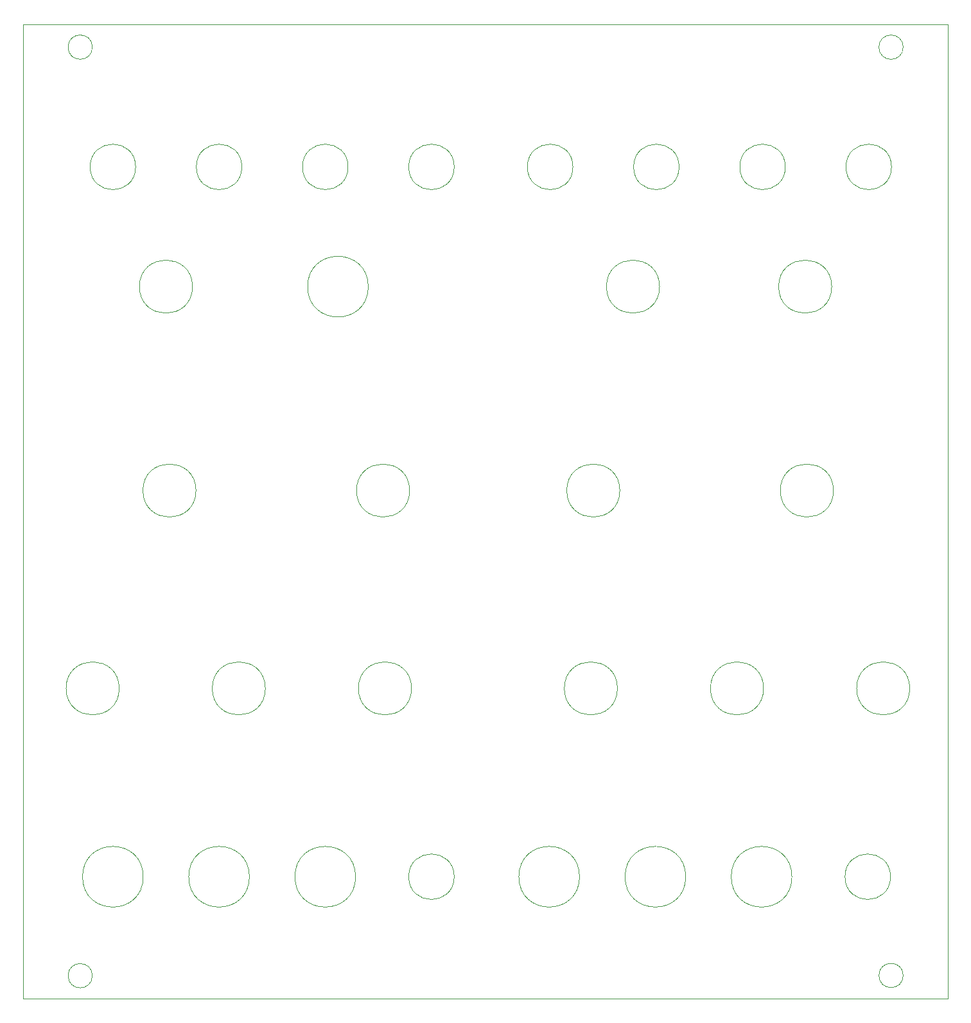
<source format=gm1>
%TF.GenerationSoftware,KiCad,Pcbnew,(5.1.12)-1*%
%TF.CreationDate,2021-11-26T16:50:35-08:00*%
%TF.ProjectId,VCO Front Pannel,56434f20-4672-46f6-9e74-2050616e6e65,rev?*%
%TF.SameCoordinates,Original*%
%TF.FileFunction,Profile,NP*%
%FSLAX46Y46*%
G04 Gerber Fmt 4.6, Leading zero omitted, Abs format (unit mm)*
G04 Created by KiCad (PCBNEW (5.1.12)-1) date 2021-11-26 16:50:35*
%MOMM*%
%LPD*%
G01*
G04 APERTURE LIST*
%TA.AperFunction,Profile*%
%ADD10C,0.050000*%
%TD*%
G04 APERTURE END LIST*
D10*
X110146000Y-86295000D02*
G75*
G03*
X110146000Y-86295000I-3500000J0D01*
G01*
X138306000Y-86295000D02*
G75*
G03*
X138306000Y-86295000I-3500000J0D01*
G01*
X145958000Y-43600000D02*
G75*
G03*
X145958000Y-43600000I-3000000J0D01*
G01*
X131958000Y-43600000D02*
G75*
G03*
X131958000Y-43600000I-3000000J0D01*
G01*
X117958000Y-43600000D02*
G75*
G03*
X117958000Y-43600000I-3000000J0D01*
G01*
X103958000Y-43600000D02*
G75*
G03*
X103958000Y-43600000I-3000000J0D01*
G01*
X88307000Y-43600000D02*
G75*
G03*
X88307000Y-43600000I-3000000J0D01*
G01*
X74307000Y-43600000D02*
G75*
G03*
X74307000Y-43600000I-3000000J0D01*
G01*
X60307000Y-43600000D02*
G75*
G03*
X60307000Y-43600000I-3000000J0D01*
G01*
X46307000Y-43600000D02*
G75*
G03*
X46307000Y-43600000I-3000000J0D01*
G01*
X147500000Y-27800000D02*
G75*
G03*
X147500000Y-27800000I-1600000J0D01*
G01*
X40600000Y-27800000D02*
G75*
G03*
X40600000Y-27800000I-1600000J0D01*
G01*
X40600000Y-150300000D02*
G75*
G03*
X40600000Y-150300000I-1600000J0D01*
G01*
X138080000Y-59395000D02*
G75*
G03*
X138080000Y-59395000I-3500000J0D01*
G01*
X115380000Y-59395000D02*
G75*
G03*
X115380000Y-59395000I-3500000J0D01*
G01*
X76980000Y-59395000D02*
G75*
G03*
X76980000Y-59395000I-4000000J0D01*
G01*
X53807000Y-59395000D02*
G75*
G03*
X53807000Y-59395000I-3500000J0D01*
G01*
X82426000Y-86295000D02*
G75*
G03*
X82426000Y-86295000I-3500000J0D01*
G01*
X145831000Y-137242000D02*
G75*
G03*
X145831000Y-137242000I-3000000J0D01*
G01*
X132831000Y-137242000D02*
G75*
G03*
X132831000Y-137242000I-4000000J0D01*
G01*
X118831000Y-137242000D02*
G75*
G03*
X118831000Y-137242000I-4000000J0D01*
G01*
X104831000Y-137242000D02*
G75*
G03*
X104831000Y-137242000I-4000000J0D01*
G01*
X88307000Y-137242000D02*
G75*
G03*
X88307000Y-137242000I-3000000J0D01*
G01*
X75307000Y-137242000D02*
G75*
G03*
X75307000Y-137242000I-4000000J0D01*
G01*
X61307000Y-137242000D02*
G75*
G03*
X61307000Y-137242000I-4000000J0D01*
G01*
X148364000Y-112395000D02*
G75*
G03*
X148364000Y-112395000I-3500000J0D01*
G01*
X129094000Y-112395000D02*
G75*
G03*
X129094000Y-112395000I-3500000J0D01*
G01*
X109824000Y-112395000D02*
G75*
G03*
X109824000Y-112395000I-3500000J0D01*
G01*
X82680000Y-112395000D02*
G75*
G03*
X82680000Y-112395000I-3500000J0D01*
G01*
X63410000Y-112395000D02*
G75*
G03*
X63410000Y-112395000I-3500000J0D01*
G01*
X54266000Y-86295000D02*
G75*
G03*
X54266000Y-86295000I-3500000J0D01*
G01*
X47307000Y-137242000D02*
G75*
G03*
X47307000Y-137242000I-4000000J0D01*
G01*
X147500000Y-150266400D02*
G75*
G03*
X147500000Y-150266400I-1600000J0D01*
G01*
X44140000Y-112395000D02*
G75*
G03*
X44140000Y-112395000I-3500000J0D01*
G01*
X31500000Y-24800000D02*
X31500000Y-153300000D01*
X153420000Y-24800000D02*
X153420000Y-153300000D01*
X31500000Y-153300000D02*
X153420000Y-153300000D01*
X31500000Y-24800000D02*
X153420000Y-24800000D01*
M02*

</source>
